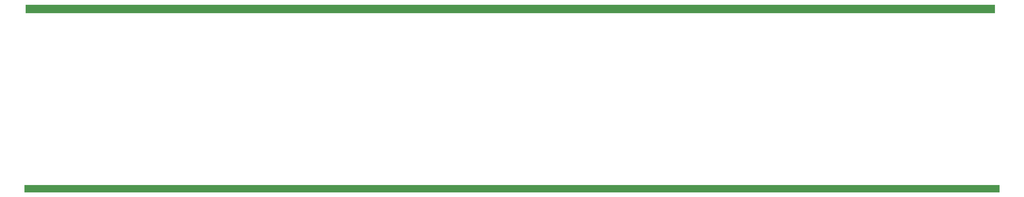
<source format=gbr>
%TF.GenerationSoftware,KiCad,Pcbnew,(5.1.10)-1*%
%TF.CreationDate,2022-05-26T11:50:09-06:00*%
%TF.ProjectId,Back_Panel,4261636b-5f50-4616-9e65-6c2e6b696361,rev?*%
%TF.SameCoordinates,Original*%
%TF.FileFunction,Soldermask,Bot*%
%TF.FilePolarity,Negative*%
%FSLAX46Y46*%
G04 Gerber Fmt 4.6, Leading zero omitted, Abs format (unit mm)*
G04 Created by KiCad (PCBNEW (5.1.10)-1) date 2022-05-26 11:50:09*
%MOMM*%
%LPD*%
G01*
G04 APERTURE LIST*
%ADD10C,0.100000*%
G04 APERTURE END LIST*
D10*
G36*
X411000000Y-500000D02*
G01*
X-1000000Y-500000D01*
X-1000000Y2500000D01*
X411000000Y2500000D01*
X411000000Y-500000D01*
G37*
X411000000Y-500000D02*
X-1000000Y-500000D01*
X-1000000Y2500000D01*
X411000000Y2500000D01*
X411000000Y-500000D01*
G36*
X409000000Y75500000D02*
G01*
X-500000Y75500000D01*
X-500000Y79000000D01*
X409000000Y79000000D01*
X409000000Y75500000D01*
G37*
X409000000Y75500000D02*
X-500000Y75500000D01*
X-500000Y79000000D01*
X409000000Y79000000D01*
X409000000Y75500000D01*
M02*

</source>
